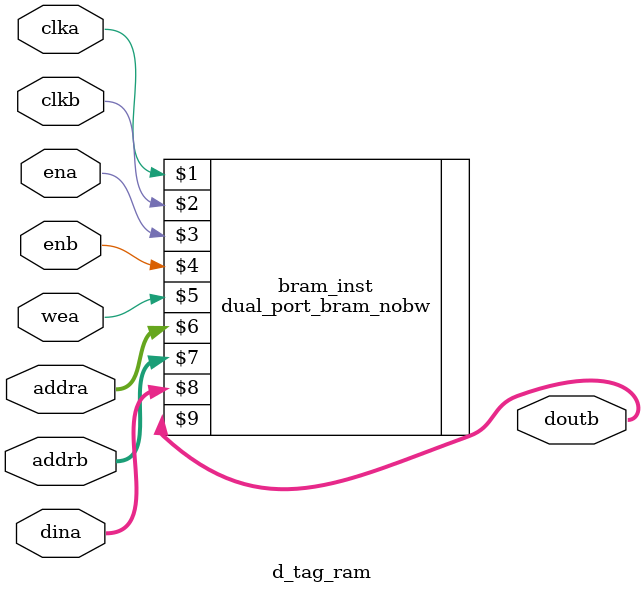
<source format=sv>
module d_tag_ram #(
    parameter LEN_DATA = 20,
    parameter LEN_ADDR = 8
) (clka,clkb,ena,enb,wea,addra,addrb,dina,doutb);

    input clka,clkb,ena,enb,wea;
    input [LEN_ADDR-1:0] addra,addrb;
    input [LEN_DATA-1:0] dina;
    output [LEN_DATA-1:0] doutb;

    dual_port_bram_nobw bram_inst(clka,clkb,ena,enb,wea,addra,addrb,dina,doutb);

endmodule
</source>
